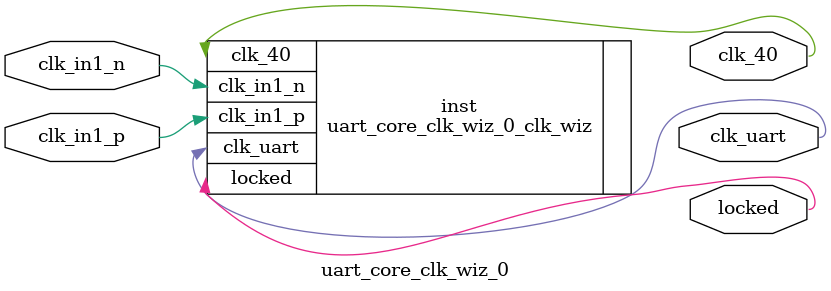
<source format=v>


`timescale 1ps/1ps

(* CORE_GENERATION_INFO = "uart_core_clk_wiz_0,clk_wiz_v6_0_6_0_0,{component_name=uart_core_clk_wiz_0,use_phase_alignment=true,use_min_o_jitter=false,use_max_i_jitter=false,use_dyn_phase_shift=false,use_inclk_switchover=false,use_dyn_reconfig=false,enable_axi=0,feedback_source=FDBK_AUTO,PRIMITIVE=MMCM,num_out_clk=2,clkin1_period=3.333,clkin2_period=10.0,use_power_down=false,use_reset=false,use_locked=true,use_inclk_stopped=false,feedback_type=SINGLE,CLOCK_MGR_TYPE=NA,manual_override=false}" *)

module uart_core_clk_wiz_0 
 (
  // Clock out ports
  output        clk_40,
  output        clk_uart,
  // Status and control signals
  output        locked,
 // Clock in ports
  input         clk_in1_p,
  input         clk_in1_n
 );

  uart_core_clk_wiz_0_clk_wiz inst
  (
  // Clock out ports  
  .clk_40(clk_40),
  .clk_uart(clk_uart),
  // Status and control signals               
  .locked(locked),
 // Clock in ports
  .clk_in1_p(clk_in1_p),
  .clk_in1_n(clk_in1_n)
  );

endmodule

</source>
